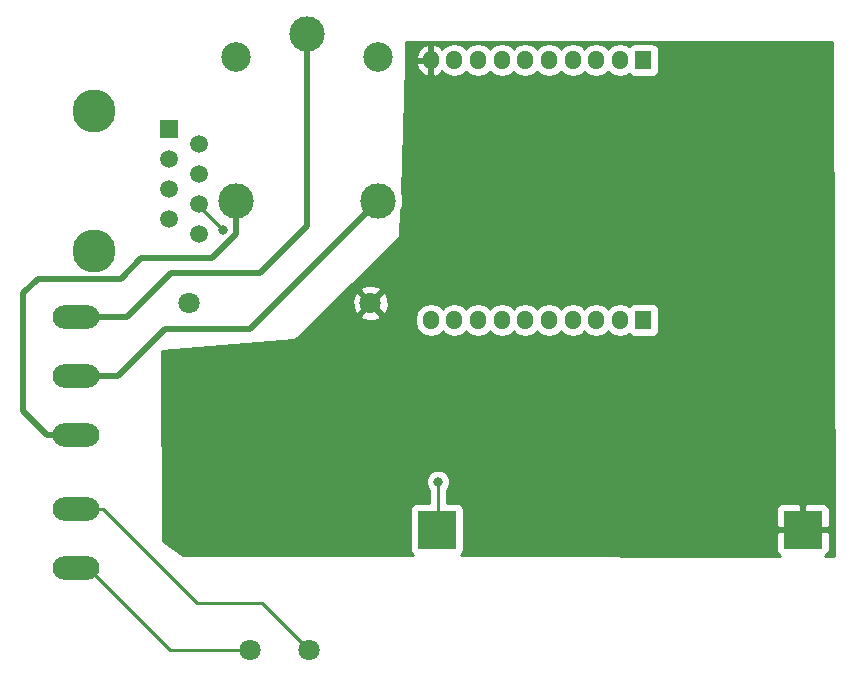
<source format=gbr>
G04 #@! TF.GenerationSoftware,KiCad,Pcbnew,no-vcs-found*
G04 #@! TF.CreationDate,2016-12-05T19:06:41+01:00*
G04 #@! TF.ProjectId,relayboard,72656C6179626F6172642E6B69636164,rev?*
G04 #@! TF.FileFunction,Copper,L1,Top,Signal*
G04 #@! TF.FilePolarity,Positive*
%FSLAX46Y46*%
G04 Gerber Fmt 4.6, Leading zero omitted, Abs format (unit mm)*
G04 Created by KiCad (PCBNEW no-vcs-found) date Mon Dec  5 19:06:41 2016*
%MOMM*%
%LPD*%
G01*
G04 APERTURE LIST*
%ADD10C,0.100000*%
%ADD11O,1.360000X1.600000*%
%ADD12R,1.360000X1.600000*%
%ADD13R,3.290000X3.290000*%
%ADD14C,1.501140*%
%ADD15R,1.501140X1.501140*%
%ADD16C,3.649980*%
%ADD17C,2.500000*%
%ADD18C,3.000000*%
%ADD19O,3.962400X1.981200*%
%ADD20C,1.800000*%
%ADD21C,0.800000*%
%ADD22C,0.250000*%
%ADD23C,0.500000*%
%ADD24C,0.254000*%
G04 APERTURE END LIST*
D10*
D11*
X134000000Y-84000000D03*
X136000000Y-84000000D03*
X138000000Y-84000000D03*
X140000000Y-84000000D03*
X142000000Y-84000000D03*
X144000000Y-84000000D03*
X146000000Y-84000000D03*
X148000000Y-84000000D03*
X150000000Y-84000000D03*
D12*
X152000000Y-84000000D03*
X152000000Y-62000000D03*
D11*
X150000000Y-62000000D03*
X148000000Y-62000000D03*
X146000000Y-62000000D03*
X144000000Y-62000000D03*
X142000000Y-62000000D03*
X140000000Y-62000000D03*
X138000000Y-62000000D03*
X136000000Y-62000000D03*
X134000000Y-62000000D03*
D13*
X134515000Y-101750000D03*
X165485000Y-101750000D03*
D14*
X114390000Y-76695000D03*
X111850000Y-75425000D03*
X114390000Y-74155000D03*
X111850000Y-72885000D03*
X114390000Y-71615000D03*
X111850000Y-70345000D03*
X114390000Y-69075000D03*
D15*
X111850000Y-67805000D03*
D16*
X105500000Y-66319100D03*
X105500000Y-78188520D03*
D17*
X117500000Y-61750000D03*
D18*
X117500000Y-73950000D03*
X129500000Y-73950000D03*
D17*
X129500000Y-61750000D03*
D18*
X123500000Y-59750000D03*
D19*
X104000000Y-105000000D03*
X104000000Y-100000000D03*
D20*
X118690000Y-111960000D03*
X123690000Y-111960000D03*
X113490000Y-82560000D03*
X128890000Y-82560000D03*
D19*
X104000000Y-93750000D03*
X104000000Y-88750000D03*
X104000000Y-83750000D03*
D21*
X134600000Y-97700000D03*
X137700000Y-75400000D03*
X134400000Y-81700000D03*
X146000000Y-78000000D03*
X154100000Y-77700000D03*
X112300000Y-87400000D03*
X117000000Y-102200000D03*
X126300000Y-92100000D03*
X128600000Y-92100000D03*
X124400000Y-93900000D03*
X116500000Y-94200000D03*
X116400000Y-76400000D03*
D22*
X115100000Y-94800000D02*
X115200000Y-94800000D01*
X115100000Y-94700000D02*
X115100000Y-94800000D01*
X134600000Y-97700000D02*
X134600000Y-101665000D01*
X134600000Y-101665000D02*
X134515000Y-101750000D01*
X116400000Y-76400000D02*
X114390000Y-74390000D01*
X114390000Y-74390000D02*
X114390000Y-74155000D01*
D23*
X104000000Y-93750000D02*
X101518800Y-93750000D01*
X101518800Y-93750000D02*
X99500000Y-91731200D01*
X99500000Y-91731200D02*
X99500000Y-81750000D01*
X107736489Y-80513511D02*
X109500000Y-78750000D01*
X109500000Y-78750000D02*
X115500000Y-78750000D01*
X99500000Y-81750000D02*
X100736489Y-80513511D01*
X100736489Y-80513511D02*
X107736489Y-80513511D01*
X115500000Y-78750000D02*
X117500000Y-76750000D01*
X117500000Y-76750000D02*
X117500000Y-73950000D01*
X118700000Y-84750000D02*
X129500000Y-73950000D01*
X111500000Y-84750000D02*
X118700000Y-84750000D01*
X107500000Y-88750000D02*
X111500000Y-84750000D01*
X104000000Y-88750000D02*
X107500000Y-88750000D01*
X119569998Y-80000000D02*
X123500000Y-76069998D01*
X110900676Y-81099324D02*
X112000000Y-80000000D01*
X112000000Y-80000000D02*
X119569998Y-80000000D01*
X110900676Y-81159999D02*
X110900676Y-81099324D01*
X123500000Y-61871320D02*
X123500000Y-59750000D01*
X123500000Y-76069998D02*
X123500000Y-61871320D01*
X108310675Y-83750000D02*
X110900676Y-81159999D01*
X104000000Y-83750000D02*
X108310675Y-83750000D01*
D22*
X104000000Y-105000000D02*
X104990600Y-105000000D01*
X104990600Y-105000000D02*
X111950600Y-111960000D01*
X111950600Y-111960000D02*
X118690000Y-111960000D01*
X114200000Y-107968800D02*
X119698800Y-107968800D01*
X119698800Y-107968800D02*
X123690000Y-111960000D01*
X104000000Y-100000000D02*
X106231200Y-100000000D01*
X106231200Y-100000000D02*
X114200000Y-107968800D01*
D24*
G36*
X168172417Y-103972769D02*
X167397858Y-103971368D01*
X167489698Y-103933327D01*
X167668327Y-103754699D01*
X167765000Y-103521310D01*
X167765000Y-102035750D01*
X167606250Y-101877000D01*
X165612000Y-101877000D01*
X165612000Y-101897000D01*
X165358000Y-101897000D01*
X165358000Y-101877000D01*
X163363750Y-101877000D01*
X163205000Y-102035750D01*
X163205000Y-103521310D01*
X163301673Y-103754699D01*
X163480302Y-103933327D01*
X163555367Y-103964420D01*
X136523929Y-103915538D01*
X136617809Y-103852809D01*
X136758157Y-103642765D01*
X136807440Y-103395000D01*
X136807440Y-100105000D01*
X136782316Y-99978690D01*
X163205000Y-99978690D01*
X163205000Y-101464250D01*
X163363750Y-101623000D01*
X165358000Y-101623000D01*
X165358000Y-99628750D01*
X165612000Y-99628750D01*
X165612000Y-101623000D01*
X167606250Y-101623000D01*
X167765000Y-101464250D01*
X167765000Y-99978690D01*
X167668327Y-99745301D01*
X167489698Y-99566673D01*
X167256309Y-99470000D01*
X165770750Y-99470000D01*
X165612000Y-99628750D01*
X165358000Y-99628750D01*
X165199250Y-99470000D01*
X163713691Y-99470000D01*
X163480302Y-99566673D01*
X163301673Y-99745301D01*
X163205000Y-99978690D01*
X136782316Y-99978690D01*
X136758157Y-99857235D01*
X136617809Y-99647191D01*
X136407765Y-99506843D01*
X136160000Y-99457560D01*
X135360000Y-99457560D01*
X135360000Y-98403761D01*
X135476919Y-98287046D01*
X135634820Y-97906777D01*
X135635179Y-97495029D01*
X135477942Y-97114485D01*
X135187046Y-96823081D01*
X134806777Y-96665180D01*
X134395029Y-96664821D01*
X134014485Y-96822058D01*
X133723081Y-97112954D01*
X133565180Y-97493223D01*
X133564821Y-97904971D01*
X133722058Y-98285515D01*
X133840000Y-98403663D01*
X133840000Y-99457560D01*
X132870000Y-99457560D01*
X132622235Y-99506843D01*
X132412191Y-99647191D01*
X132271843Y-99857235D01*
X132222560Y-100105000D01*
X132222560Y-103395000D01*
X132271843Y-103642765D01*
X132412191Y-103852809D01*
X132495168Y-103908253D01*
X113038556Y-103873069D01*
X111326584Y-102731755D01*
X111227722Y-86617230D01*
X122410083Y-85726599D01*
X122457763Y-85713104D01*
X122488776Y-85690817D01*
X124586575Y-83640159D01*
X127989446Y-83640159D01*
X128075852Y-83896643D01*
X128649336Y-84106458D01*
X129259460Y-84080839D01*
X129704148Y-83896643D01*
X129719225Y-83851887D01*
X132685000Y-83851887D01*
X132685000Y-84148113D01*
X132785098Y-84651342D01*
X133070155Y-85077958D01*
X133496771Y-85363015D01*
X134000000Y-85463113D01*
X134503229Y-85363015D01*
X134929845Y-85077958D01*
X135000000Y-84972964D01*
X135070155Y-85077958D01*
X135496771Y-85363015D01*
X136000000Y-85463113D01*
X136503229Y-85363015D01*
X136929845Y-85077958D01*
X137000000Y-84972964D01*
X137070155Y-85077958D01*
X137496771Y-85363015D01*
X138000000Y-85463113D01*
X138503229Y-85363015D01*
X138929845Y-85077958D01*
X139000000Y-84972964D01*
X139070155Y-85077958D01*
X139496771Y-85363015D01*
X140000000Y-85463113D01*
X140503229Y-85363015D01*
X140929845Y-85077958D01*
X141000000Y-84972964D01*
X141070155Y-85077958D01*
X141496771Y-85363015D01*
X142000000Y-85463113D01*
X142503229Y-85363015D01*
X142929845Y-85077958D01*
X143000000Y-84972964D01*
X143070155Y-85077958D01*
X143496771Y-85363015D01*
X144000000Y-85463113D01*
X144503229Y-85363015D01*
X144929845Y-85077958D01*
X145000000Y-84972964D01*
X145070155Y-85077958D01*
X145496771Y-85363015D01*
X146000000Y-85463113D01*
X146503229Y-85363015D01*
X146929845Y-85077958D01*
X147000000Y-84972964D01*
X147070155Y-85077958D01*
X147496771Y-85363015D01*
X148000000Y-85463113D01*
X148503229Y-85363015D01*
X148929845Y-85077958D01*
X149000000Y-84972964D01*
X149070155Y-85077958D01*
X149496771Y-85363015D01*
X150000000Y-85463113D01*
X150503229Y-85363015D01*
X150799992Y-85164723D01*
X150862191Y-85257809D01*
X151072235Y-85398157D01*
X151320000Y-85447440D01*
X152680000Y-85447440D01*
X152927765Y-85398157D01*
X153137809Y-85257809D01*
X153278157Y-85047765D01*
X153327440Y-84800000D01*
X153327440Y-83200000D01*
X153278157Y-82952235D01*
X153137809Y-82742191D01*
X152927765Y-82601843D01*
X152680000Y-82552560D01*
X151320000Y-82552560D01*
X151072235Y-82601843D01*
X150862191Y-82742191D01*
X150799992Y-82835277D01*
X150503229Y-82636985D01*
X150000000Y-82536887D01*
X149496771Y-82636985D01*
X149070155Y-82922042D01*
X149000000Y-83027036D01*
X148929845Y-82922042D01*
X148503229Y-82636985D01*
X148000000Y-82536887D01*
X147496771Y-82636985D01*
X147070155Y-82922042D01*
X147000000Y-83027036D01*
X146929845Y-82922042D01*
X146503229Y-82636985D01*
X146000000Y-82536887D01*
X145496771Y-82636985D01*
X145070155Y-82922042D01*
X145000000Y-83027036D01*
X144929845Y-82922042D01*
X144503229Y-82636985D01*
X144000000Y-82536887D01*
X143496771Y-82636985D01*
X143070155Y-82922042D01*
X143000000Y-83027036D01*
X142929845Y-82922042D01*
X142503229Y-82636985D01*
X142000000Y-82536887D01*
X141496771Y-82636985D01*
X141070155Y-82922042D01*
X141000000Y-83027036D01*
X140929845Y-82922042D01*
X140503229Y-82636985D01*
X140000000Y-82536887D01*
X139496771Y-82636985D01*
X139070155Y-82922042D01*
X139000000Y-83027036D01*
X138929845Y-82922042D01*
X138503229Y-82636985D01*
X138000000Y-82536887D01*
X137496771Y-82636985D01*
X137070155Y-82922042D01*
X137000000Y-83027036D01*
X136929845Y-82922042D01*
X136503229Y-82636985D01*
X136000000Y-82536887D01*
X135496771Y-82636985D01*
X135070155Y-82922042D01*
X135000000Y-83027036D01*
X134929845Y-82922042D01*
X134503229Y-82636985D01*
X134000000Y-82536887D01*
X133496771Y-82636985D01*
X133070155Y-82922042D01*
X132785098Y-83348658D01*
X132685000Y-83851887D01*
X129719225Y-83851887D01*
X129790554Y-83640159D01*
X128890000Y-82739605D01*
X127989446Y-83640159D01*
X124586575Y-83640159D01*
X125937762Y-82319336D01*
X127343542Y-82319336D01*
X127369161Y-82929460D01*
X127553357Y-83374148D01*
X127809841Y-83460554D01*
X128710395Y-82560000D01*
X129069605Y-82560000D01*
X129970159Y-83460554D01*
X130226643Y-83374148D01*
X130436458Y-82800664D01*
X130410839Y-82190540D01*
X130226643Y-81745852D01*
X129970159Y-81659446D01*
X129069605Y-82560000D01*
X128710395Y-82560000D01*
X127809841Y-81659446D01*
X127553357Y-81745852D01*
X127343542Y-82319336D01*
X125937762Y-82319336D01*
X126796555Y-81479841D01*
X127989446Y-81479841D01*
X128890000Y-82380395D01*
X129790554Y-81479841D01*
X129704148Y-81223357D01*
X129130664Y-81013542D01*
X128520540Y-81039161D01*
X128075852Y-81223357D01*
X127989446Y-81479841D01*
X126796555Y-81479841D01*
X131388776Y-76990817D01*
X131416773Y-76949931D01*
X131426942Y-76903824D01*
X131492775Y-74718160D01*
X131634628Y-74376541D01*
X131635370Y-73527185D01*
X131535899Y-73286448D01*
X131865835Y-62332572D01*
X132702618Y-62332572D01*
X132882723Y-62812878D01*
X133232924Y-63187699D01*
X133669814Y-63392872D01*
X133873000Y-63269254D01*
X133873000Y-62127000D01*
X132844087Y-62127000D01*
X132702618Y-62332572D01*
X131865835Y-62332572D01*
X131885869Y-61667428D01*
X132702618Y-61667428D01*
X132844087Y-61873000D01*
X133873000Y-61873000D01*
X133873000Y-60730746D01*
X134127000Y-60730746D01*
X134127000Y-61873000D01*
X134147000Y-61873000D01*
X134147000Y-62127000D01*
X134127000Y-62127000D01*
X134127000Y-63269254D01*
X134330186Y-63392872D01*
X134767076Y-63187699D01*
X134986535Y-62952812D01*
X135070155Y-63077958D01*
X135496771Y-63363015D01*
X136000000Y-63463113D01*
X136503229Y-63363015D01*
X136929845Y-63077958D01*
X137000000Y-62972964D01*
X137070155Y-63077958D01*
X137496771Y-63363015D01*
X138000000Y-63463113D01*
X138503229Y-63363015D01*
X138929845Y-63077958D01*
X139000000Y-62972964D01*
X139070155Y-63077958D01*
X139496771Y-63363015D01*
X140000000Y-63463113D01*
X140503229Y-63363015D01*
X140929845Y-63077958D01*
X141000000Y-62972964D01*
X141070155Y-63077958D01*
X141496771Y-63363015D01*
X142000000Y-63463113D01*
X142503229Y-63363015D01*
X142929845Y-63077958D01*
X143000000Y-62972964D01*
X143070155Y-63077958D01*
X143496771Y-63363015D01*
X144000000Y-63463113D01*
X144503229Y-63363015D01*
X144929845Y-63077958D01*
X145000000Y-62972964D01*
X145070155Y-63077958D01*
X145496771Y-63363015D01*
X146000000Y-63463113D01*
X146503229Y-63363015D01*
X146929845Y-63077958D01*
X147000000Y-62972964D01*
X147070155Y-63077958D01*
X147496771Y-63363015D01*
X148000000Y-63463113D01*
X148503229Y-63363015D01*
X148929845Y-63077958D01*
X149000000Y-62972964D01*
X149070155Y-63077958D01*
X149496771Y-63363015D01*
X150000000Y-63463113D01*
X150503229Y-63363015D01*
X150799992Y-63164723D01*
X150862191Y-63257809D01*
X151072235Y-63398157D01*
X151320000Y-63447440D01*
X152680000Y-63447440D01*
X152927765Y-63398157D01*
X153137809Y-63257809D01*
X153278157Y-63047765D01*
X153327440Y-62800000D01*
X153327440Y-61200000D01*
X153278157Y-60952235D01*
X153137809Y-60742191D01*
X152927765Y-60601843D01*
X152680000Y-60552560D01*
X151320000Y-60552560D01*
X151072235Y-60601843D01*
X150862191Y-60742191D01*
X150799992Y-60835277D01*
X150503229Y-60636985D01*
X150000000Y-60536887D01*
X149496771Y-60636985D01*
X149070155Y-60922042D01*
X149000000Y-61027036D01*
X148929845Y-60922042D01*
X148503229Y-60636985D01*
X148000000Y-60536887D01*
X147496771Y-60636985D01*
X147070155Y-60922042D01*
X147000000Y-61027036D01*
X146929845Y-60922042D01*
X146503229Y-60636985D01*
X146000000Y-60536887D01*
X145496771Y-60636985D01*
X145070155Y-60922042D01*
X145000000Y-61027036D01*
X144929845Y-60922042D01*
X144503229Y-60636985D01*
X144000000Y-60536887D01*
X143496771Y-60636985D01*
X143070155Y-60922042D01*
X143000000Y-61027036D01*
X142929845Y-60922042D01*
X142503229Y-60636985D01*
X142000000Y-60536887D01*
X141496771Y-60636985D01*
X141070155Y-60922042D01*
X141000000Y-61027036D01*
X140929845Y-60922042D01*
X140503229Y-60636985D01*
X140000000Y-60536887D01*
X139496771Y-60636985D01*
X139070155Y-60922042D01*
X139000000Y-61027036D01*
X138929845Y-60922042D01*
X138503229Y-60636985D01*
X138000000Y-60536887D01*
X137496771Y-60636985D01*
X137070155Y-60922042D01*
X137000000Y-61027036D01*
X136929845Y-60922042D01*
X136503229Y-60636985D01*
X136000000Y-60536887D01*
X135496771Y-60636985D01*
X135070155Y-60922042D01*
X134986535Y-61047188D01*
X134767076Y-60812301D01*
X134330186Y-60607128D01*
X134127000Y-60730746D01*
X133873000Y-60730746D01*
X133669814Y-60607128D01*
X133232924Y-60812301D01*
X132882723Y-61187122D01*
X132702618Y-61667428D01*
X131885869Y-61667428D01*
X131923232Y-60427000D01*
X167973578Y-60427000D01*
X168172417Y-103972769D01*
X168172417Y-103972769D01*
G37*
X168172417Y-103972769D02*
X167397858Y-103971368D01*
X167489698Y-103933327D01*
X167668327Y-103754699D01*
X167765000Y-103521310D01*
X167765000Y-102035750D01*
X167606250Y-101877000D01*
X165612000Y-101877000D01*
X165612000Y-101897000D01*
X165358000Y-101897000D01*
X165358000Y-101877000D01*
X163363750Y-101877000D01*
X163205000Y-102035750D01*
X163205000Y-103521310D01*
X163301673Y-103754699D01*
X163480302Y-103933327D01*
X163555367Y-103964420D01*
X136523929Y-103915538D01*
X136617809Y-103852809D01*
X136758157Y-103642765D01*
X136807440Y-103395000D01*
X136807440Y-100105000D01*
X136782316Y-99978690D01*
X163205000Y-99978690D01*
X163205000Y-101464250D01*
X163363750Y-101623000D01*
X165358000Y-101623000D01*
X165358000Y-99628750D01*
X165612000Y-99628750D01*
X165612000Y-101623000D01*
X167606250Y-101623000D01*
X167765000Y-101464250D01*
X167765000Y-99978690D01*
X167668327Y-99745301D01*
X167489698Y-99566673D01*
X167256309Y-99470000D01*
X165770750Y-99470000D01*
X165612000Y-99628750D01*
X165358000Y-99628750D01*
X165199250Y-99470000D01*
X163713691Y-99470000D01*
X163480302Y-99566673D01*
X163301673Y-99745301D01*
X163205000Y-99978690D01*
X136782316Y-99978690D01*
X136758157Y-99857235D01*
X136617809Y-99647191D01*
X136407765Y-99506843D01*
X136160000Y-99457560D01*
X135360000Y-99457560D01*
X135360000Y-98403761D01*
X135476919Y-98287046D01*
X135634820Y-97906777D01*
X135635179Y-97495029D01*
X135477942Y-97114485D01*
X135187046Y-96823081D01*
X134806777Y-96665180D01*
X134395029Y-96664821D01*
X134014485Y-96822058D01*
X133723081Y-97112954D01*
X133565180Y-97493223D01*
X133564821Y-97904971D01*
X133722058Y-98285515D01*
X133840000Y-98403663D01*
X133840000Y-99457560D01*
X132870000Y-99457560D01*
X132622235Y-99506843D01*
X132412191Y-99647191D01*
X132271843Y-99857235D01*
X132222560Y-100105000D01*
X132222560Y-103395000D01*
X132271843Y-103642765D01*
X132412191Y-103852809D01*
X132495168Y-103908253D01*
X113038556Y-103873069D01*
X111326584Y-102731755D01*
X111227722Y-86617230D01*
X122410083Y-85726599D01*
X122457763Y-85713104D01*
X122488776Y-85690817D01*
X124586575Y-83640159D01*
X127989446Y-83640159D01*
X128075852Y-83896643D01*
X128649336Y-84106458D01*
X129259460Y-84080839D01*
X129704148Y-83896643D01*
X129719225Y-83851887D01*
X132685000Y-83851887D01*
X132685000Y-84148113D01*
X132785098Y-84651342D01*
X133070155Y-85077958D01*
X133496771Y-85363015D01*
X134000000Y-85463113D01*
X134503229Y-85363015D01*
X134929845Y-85077958D01*
X135000000Y-84972964D01*
X135070155Y-85077958D01*
X135496771Y-85363015D01*
X136000000Y-85463113D01*
X136503229Y-85363015D01*
X136929845Y-85077958D01*
X137000000Y-84972964D01*
X137070155Y-85077958D01*
X137496771Y-85363015D01*
X138000000Y-85463113D01*
X138503229Y-85363015D01*
X138929845Y-85077958D01*
X139000000Y-84972964D01*
X139070155Y-85077958D01*
X139496771Y-85363015D01*
X140000000Y-85463113D01*
X140503229Y-85363015D01*
X140929845Y-85077958D01*
X141000000Y-84972964D01*
X141070155Y-85077958D01*
X141496771Y-85363015D01*
X142000000Y-85463113D01*
X142503229Y-85363015D01*
X142929845Y-85077958D01*
X143000000Y-84972964D01*
X143070155Y-85077958D01*
X143496771Y-85363015D01*
X144000000Y-85463113D01*
X144503229Y-85363015D01*
X144929845Y-85077958D01*
X145000000Y-84972964D01*
X145070155Y-85077958D01*
X145496771Y-85363015D01*
X146000000Y-85463113D01*
X146503229Y-85363015D01*
X146929845Y-85077958D01*
X147000000Y-84972964D01*
X147070155Y-85077958D01*
X147496771Y-85363015D01*
X148000000Y-85463113D01*
X148503229Y-85363015D01*
X148929845Y-85077958D01*
X149000000Y-84972964D01*
X149070155Y-85077958D01*
X149496771Y-85363015D01*
X150000000Y-85463113D01*
X150503229Y-85363015D01*
X150799992Y-85164723D01*
X150862191Y-85257809D01*
X151072235Y-85398157D01*
X151320000Y-85447440D01*
X152680000Y-85447440D01*
X152927765Y-85398157D01*
X153137809Y-85257809D01*
X153278157Y-85047765D01*
X153327440Y-84800000D01*
X153327440Y-83200000D01*
X153278157Y-82952235D01*
X153137809Y-82742191D01*
X152927765Y-82601843D01*
X152680000Y-82552560D01*
X151320000Y-82552560D01*
X151072235Y-82601843D01*
X150862191Y-82742191D01*
X150799992Y-82835277D01*
X150503229Y-82636985D01*
X150000000Y-82536887D01*
X149496771Y-82636985D01*
X149070155Y-82922042D01*
X149000000Y-83027036D01*
X148929845Y-82922042D01*
X148503229Y-82636985D01*
X148000000Y-82536887D01*
X147496771Y-82636985D01*
X147070155Y-82922042D01*
X147000000Y-83027036D01*
X146929845Y-82922042D01*
X146503229Y-82636985D01*
X146000000Y-82536887D01*
X145496771Y-82636985D01*
X145070155Y-82922042D01*
X145000000Y-83027036D01*
X144929845Y-82922042D01*
X144503229Y-82636985D01*
X144000000Y-82536887D01*
X143496771Y-82636985D01*
X143070155Y-82922042D01*
X143000000Y-83027036D01*
X142929845Y-82922042D01*
X142503229Y-82636985D01*
X142000000Y-82536887D01*
X141496771Y-82636985D01*
X141070155Y-82922042D01*
X141000000Y-83027036D01*
X140929845Y-82922042D01*
X140503229Y-82636985D01*
X140000000Y-82536887D01*
X139496771Y-82636985D01*
X139070155Y-82922042D01*
X139000000Y-83027036D01*
X138929845Y-82922042D01*
X138503229Y-82636985D01*
X138000000Y-82536887D01*
X137496771Y-82636985D01*
X137070155Y-82922042D01*
X137000000Y-83027036D01*
X136929845Y-82922042D01*
X136503229Y-82636985D01*
X136000000Y-82536887D01*
X135496771Y-82636985D01*
X135070155Y-82922042D01*
X135000000Y-83027036D01*
X134929845Y-82922042D01*
X134503229Y-82636985D01*
X134000000Y-82536887D01*
X133496771Y-82636985D01*
X133070155Y-82922042D01*
X132785098Y-83348658D01*
X132685000Y-83851887D01*
X129719225Y-83851887D01*
X129790554Y-83640159D01*
X128890000Y-82739605D01*
X127989446Y-83640159D01*
X124586575Y-83640159D01*
X125937762Y-82319336D01*
X127343542Y-82319336D01*
X127369161Y-82929460D01*
X127553357Y-83374148D01*
X127809841Y-83460554D01*
X128710395Y-82560000D01*
X129069605Y-82560000D01*
X129970159Y-83460554D01*
X130226643Y-83374148D01*
X130436458Y-82800664D01*
X130410839Y-82190540D01*
X130226643Y-81745852D01*
X129970159Y-81659446D01*
X129069605Y-82560000D01*
X128710395Y-82560000D01*
X127809841Y-81659446D01*
X127553357Y-81745852D01*
X127343542Y-82319336D01*
X125937762Y-82319336D01*
X126796555Y-81479841D01*
X127989446Y-81479841D01*
X128890000Y-82380395D01*
X129790554Y-81479841D01*
X129704148Y-81223357D01*
X129130664Y-81013542D01*
X128520540Y-81039161D01*
X128075852Y-81223357D01*
X127989446Y-81479841D01*
X126796555Y-81479841D01*
X131388776Y-76990817D01*
X131416773Y-76949931D01*
X131426942Y-76903824D01*
X131492775Y-74718160D01*
X131634628Y-74376541D01*
X131635370Y-73527185D01*
X131535899Y-73286448D01*
X131865835Y-62332572D01*
X132702618Y-62332572D01*
X132882723Y-62812878D01*
X133232924Y-63187699D01*
X133669814Y-63392872D01*
X133873000Y-63269254D01*
X133873000Y-62127000D01*
X132844087Y-62127000D01*
X132702618Y-62332572D01*
X131865835Y-62332572D01*
X131885869Y-61667428D01*
X132702618Y-61667428D01*
X132844087Y-61873000D01*
X133873000Y-61873000D01*
X133873000Y-60730746D01*
X134127000Y-60730746D01*
X134127000Y-61873000D01*
X134147000Y-61873000D01*
X134147000Y-62127000D01*
X134127000Y-62127000D01*
X134127000Y-63269254D01*
X134330186Y-63392872D01*
X134767076Y-63187699D01*
X134986535Y-62952812D01*
X135070155Y-63077958D01*
X135496771Y-63363015D01*
X136000000Y-63463113D01*
X136503229Y-63363015D01*
X136929845Y-63077958D01*
X137000000Y-62972964D01*
X137070155Y-63077958D01*
X137496771Y-63363015D01*
X138000000Y-63463113D01*
X138503229Y-63363015D01*
X138929845Y-63077958D01*
X139000000Y-62972964D01*
X139070155Y-63077958D01*
X139496771Y-63363015D01*
X140000000Y-63463113D01*
X140503229Y-63363015D01*
X140929845Y-63077958D01*
X141000000Y-62972964D01*
X141070155Y-63077958D01*
X141496771Y-63363015D01*
X142000000Y-63463113D01*
X142503229Y-63363015D01*
X142929845Y-63077958D01*
X143000000Y-62972964D01*
X143070155Y-63077958D01*
X143496771Y-63363015D01*
X144000000Y-63463113D01*
X144503229Y-63363015D01*
X144929845Y-63077958D01*
X145000000Y-62972964D01*
X145070155Y-63077958D01*
X145496771Y-63363015D01*
X146000000Y-63463113D01*
X146503229Y-63363015D01*
X146929845Y-63077958D01*
X147000000Y-62972964D01*
X147070155Y-63077958D01*
X147496771Y-63363015D01*
X148000000Y-63463113D01*
X148503229Y-63363015D01*
X148929845Y-63077958D01*
X149000000Y-62972964D01*
X149070155Y-63077958D01*
X149496771Y-63363015D01*
X150000000Y-63463113D01*
X150503229Y-63363015D01*
X150799992Y-63164723D01*
X150862191Y-63257809D01*
X151072235Y-63398157D01*
X151320000Y-63447440D01*
X152680000Y-63447440D01*
X152927765Y-63398157D01*
X153137809Y-63257809D01*
X153278157Y-63047765D01*
X153327440Y-62800000D01*
X153327440Y-61200000D01*
X153278157Y-60952235D01*
X153137809Y-60742191D01*
X152927765Y-60601843D01*
X152680000Y-60552560D01*
X151320000Y-60552560D01*
X151072235Y-60601843D01*
X150862191Y-60742191D01*
X150799992Y-60835277D01*
X150503229Y-60636985D01*
X150000000Y-60536887D01*
X149496771Y-60636985D01*
X149070155Y-60922042D01*
X149000000Y-61027036D01*
X148929845Y-60922042D01*
X148503229Y-60636985D01*
X148000000Y-60536887D01*
X147496771Y-60636985D01*
X147070155Y-60922042D01*
X147000000Y-61027036D01*
X146929845Y-60922042D01*
X146503229Y-60636985D01*
X146000000Y-60536887D01*
X145496771Y-60636985D01*
X145070155Y-60922042D01*
X145000000Y-61027036D01*
X144929845Y-60922042D01*
X144503229Y-60636985D01*
X144000000Y-60536887D01*
X143496771Y-60636985D01*
X143070155Y-60922042D01*
X143000000Y-61027036D01*
X142929845Y-60922042D01*
X142503229Y-60636985D01*
X142000000Y-60536887D01*
X141496771Y-60636985D01*
X141070155Y-60922042D01*
X141000000Y-61027036D01*
X140929845Y-60922042D01*
X140503229Y-60636985D01*
X140000000Y-60536887D01*
X139496771Y-60636985D01*
X139070155Y-60922042D01*
X139000000Y-61027036D01*
X138929845Y-60922042D01*
X138503229Y-60636985D01*
X138000000Y-60536887D01*
X137496771Y-60636985D01*
X137070155Y-60922042D01*
X137000000Y-61027036D01*
X136929845Y-60922042D01*
X136503229Y-60636985D01*
X136000000Y-60536887D01*
X135496771Y-60636985D01*
X135070155Y-60922042D01*
X134986535Y-61047188D01*
X134767076Y-60812301D01*
X134330186Y-60607128D01*
X134127000Y-60730746D01*
X133873000Y-60730746D01*
X133669814Y-60607128D01*
X133232924Y-60812301D01*
X132882723Y-61187122D01*
X132702618Y-61667428D01*
X131885869Y-61667428D01*
X131923232Y-60427000D01*
X167973578Y-60427000D01*
X168172417Y-103972769D01*
M02*

</source>
